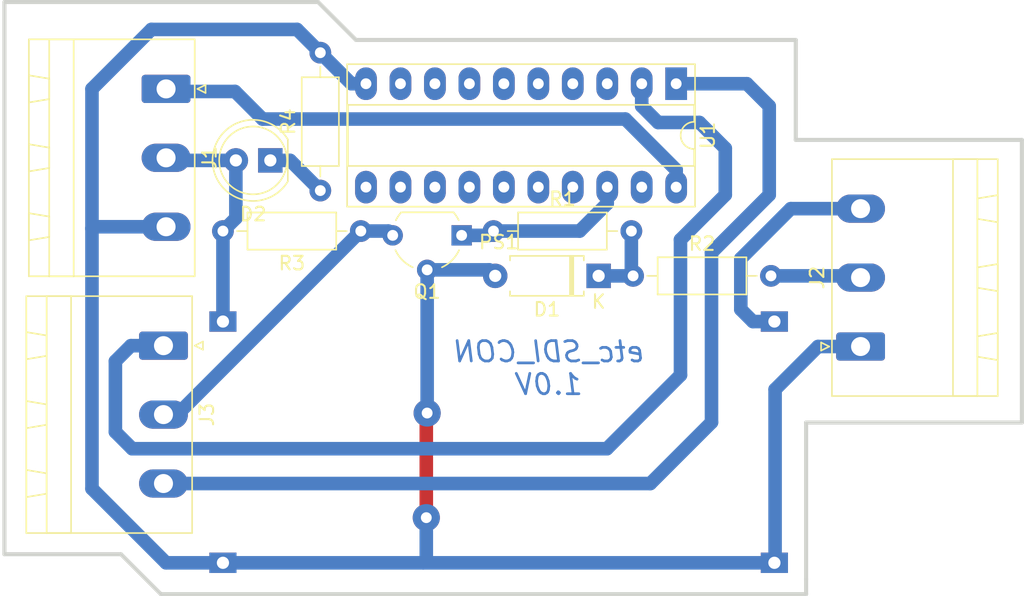
<source format=kicad_pcb>
(kicad_pcb (version 20171130) (host pcbnew "(5.1.6)-1")

  (general
    (thickness 1.6)
    (drawings 14)
    (tracks 79)
    (zones 0)
    (modules 12)
    (nets 27)
  )

  (page A4)
  (layers
    (0 F.Cu signal)
    (31 B.Cu signal)
    (32 B.Adhes user)
    (33 F.Adhes user)
    (34 B.Paste user)
    (35 F.Paste user)
    (36 B.SilkS user)
    (37 F.SilkS user)
    (38 B.Mask user)
    (39 F.Mask user)
    (40 Dwgs.User user)
    (41 Cmts.User user)
    (42 Eco1.User user)
    (43 Eco2.User user)
    (44 Edge.Cuts user)
    (45 Margin user)
    (46 B.CrtYd user)
    (47 F.CrtYd user)
    (48 B.Fab user)
    (49 F.Fab user)
  )

  (setup
    (last_trace_width 1)
    (user_trace_width 0.75)
    (user_trace_width 1)
    (trace_clearance 0.2)
    (zone_clearance 0.508)
    (zone_45_only no)
    (trace_min 0.2)
    (via_size 0.8)
    (via_drill 0.4)
    (via_min_size 0.4)
    (via_min_drill 0.3)
    (user_via 2 0.8)
    (uvia_size 0.3)
    (uvia_drill 0.1)
    (uvias_allowed no)
    (uvia_min_size 0.2)
    (uvia_min_drill 0.1)
    (edge_width 0.3)
    (segment_width 0.2)
    (pcb_text_width 0.3)
    (pcb_text_size 1.5 1.5)
    (mod_edge_width 0.12)
    (mod_text_size 1 1)
    (mod_text_width 0.15)
    (pad_size 1.524 1.524)
    (pad_drill 0.762)
    (pad_to_mask_clearance 0.05)
    (aux_axis_origin 0 0)
    (visible_elements FFFFFF7F)
    (pcbplotparams
      (layerselection 0x010fc_ffffffff)
      (usegerberextensions false)
      (usegerberattributes true)
      (usegerberadvancedattributes true)
      (creategerberjobfile true)
      (excludeedgelayer true)
      (linewidth 0.100000)
      (plotframeref false)
      (viasonmask false)
      (mode 1)
      (useauxorigin false)
      (hpglpennumber 1)
      (hpglpenspeed 20)
      (hpglpendiameter 15.000000)
      (psnegative false)
      (psa4output false)
      (plotreference true)
      (plotvalue true)
      (plotinvisibletext false)
      (padsonsilk false)
      (subtractmaskfromsilk false)
      (outputformat 1)
      (mirror false)
      (drillshape 1)
      (scaleselection 1)
      (outputdirectory ""))
  )

  (net 0 "")
  (net 1 "Net-(D1-Pad1)")
  (net 2 /GND)
  (net 3 "Net-(D2-Pad1)")
  (net 4 /VB)
  (net 5 /5V)
  (net 6 /SDI_BUS)
  (net 7 /12V)
  (net 8 /TX)
  (net 9 /RX)
  (net 10 /DIR)
  (net 11 "Net-(Q1-Pad1)")
  (net 12 "Net-(U1-Pad11)")
  (net 13 "Net-(U1-Pad12)")
  (net 14 "Net-(U1-Pad3)")
  (net 15 "Net-(U1-Pad13)")
  (net 16 "Net-(U1-Pad4)")
  (net 17 "Net-(U1-Pad14)")
  (net 18 "Net-(U1-Pad5)")
  (net 19 "Net-(U1-Pad15)")
  (net 20 "Net-(U1-Pad6)")
  (net 21 "Net-(U1-Pad16)")
  (net 22 "Net-(U1-Pad7)")
  (net 23 "Net-(U1-Pad17)")
  (net 24 "Net-(U1-Pad8)")
  (net 25 "Net-(U1-Pad9)")
  (net 26 "Net-(U1-Pad19)")

  (net_class Default "This is the default net class."
    (clearance 0.2)
    (trace_width 0.25)
    (via_dia 0.8)
    (via_drill 0.4)
    (uvia_dia 0.3)
    (uvia_drill 0.1)
    (add_net /12V)
    (add_net /5V)
    (add_net /DIR)
    (add_net /GND)
    (add_net /RX)
    (add_net /SDI_BUS)
    (add_net /TX)
    (add_net /VB)
    (add_net "Net-(D1-Pad1)")
    (add_net "Net-(D2-Pad1)")
    (add_net "Net-(Q1-Pad1)")
    (add_net "Net-(U1-Pad11)")
    (add_net "Net-(U1-Pad12)")
    (add_net "Net-(U1-Pad13)")
    (add_net "Net-(U1-Pad14)")
    (add_net "Net-(U1-Pad15)")
    (add_net "Net-(U1-Pad16)")
    (add_net "Net-(U1-Pad17)")
    (add_net "Net-(U1-Pad19)")
    (add_net "Net-(U1-Pad3)")
    (add_net "Net-(U1-Pad4)")
    (add_net "Net-(U1-Pad5)")
    (add_net "Net-(U1-Pad6)")
    (add_net "Net-(U1-Pad7)")
    (add_net "Net-(U1-Pad8)")
    (add_net "Net-(U1-Pad9)")
  )

  (module Package_DIP:DIP-20_W7.62mm_Socket_LongPads (layer F.Cu) (tedit 5A02E8C5) (tstamp 5F7B3D39)
    (at 165.7858 79.4766 270)
    (descr "20-lead though-hole mounted DIP package, row spacing 7.62 mm (300 mils), Socket, LongPads")
    (tags "THT DIP DIL PDIP 2.54mm 7.62mm 300mil Socket LongPads")
    (path /5F5901D7)
    (fp_text reference U1 (at 3.81 -2.33 90) (layer F.SilkS)
      (effects (font (size 1 1) (thickness 0.15)))
    )
    (fp_text value 74HC240 (at 3.81 25.19 90) (layer F.Fab)
      (effects (font (size 1 1) (thickness 0.15)))
    )
    (fp_line (start 9.15 -1.6) (end -1.55 -1.6) (layer F.CrtYd) (width 0.05))
    (fp_line (start 9.15 24.45) (end 9.15 -1.6) (layer F.CrtYd) (width 0.05))
    (fp_line (start -1.55 24.45) (end 9.15 24.45) (layer F.CrtYd) (width 0.05))
    (fp_line (start -1.55 -1.6) (end -1.55 24.45) (layer F.CrtYd) (width 0.05))
    (fp_line (start 9.06 -1.39) (end -1.44 -1.39) (layer F.SilkS) (width 0.12))
    (fp_line (start 9.06 24.25) (end 9.06 -1.39) (layer F.SilkS) (width 0.12))
    (fp_line (start -1.44 24.25) (end 9.06 24.25) (layer F.SilkS) (width 0.12))
    (fp_line (start -1.44 -1.39) (end -1.44 24.25) (layer F.SilkS) (width 0.12))
    (fp_line (start 6.06 -1.33) (end 4.81 -1.33) (layer F.SilkS) (width 0.12))
    (fp_line (start 6.06 24.19) (end 6.06 -1.33) (layer F.SilkS) (width 0.12))
    (fp_line (start 1.56 24.19) (end 6.06 24.19) (layer F.SilkS) (width 0.12))
    (fp_line (start 1.56 -1.33) (end 1.56 24.19) (layer F.SilkS) (width 0.12))
    (fp_line (start 2.81 -1.33) (end 1.56 -1.33) (layer F.SilkS) (width 0.12))
    (fp_line (start 8.89 -1.33) (end -1.27 -1.33) (layer F.Fab) (width 0.1))
    (fp_line (start 8.89 24.19) (end 8.89 -1.33) (layer F.Fab) (width 0.1))
    (fp_line (start -1.27 24.19) (end 8.89 24.19) (layer F.Fab) (width 0.1))
    (fp_line (start -1.27 -1.33) (end -1.27 24.19) (layer F.Fab) (width 0.1))
    (fp_line (start 0.635 -0.27) (end 1.635 -1.27) (layer F.Fab) (width 0.1))
    (fp_line (start 0.635 24.13) (end 0.635 -0.27) (layer F.Fab) (width 0.1))
    (fp_line (start 6.985 24.13) (end 0.635 24.13) (layer F.Fab) (width 0.1))
    (fp_line (start 6.985 -1.27) (end 6.985 24.13) (layer F.Fab) (width 0.1))
    (fp_line (start 1.635 -1.27) (end 6.985 -1.27) (layer F.Fab) (width 0.1))
    (fp_arc (start 3.81 -1.33) (end 2.81 -1.33) (angle -180) (layer F.SilkS) (width 0.12))
    (fp_text user %R (at 3.81 11.43 90) (layer F.Fab)
      (effects (font (size 1 1) (thickness 0.15)))
    )
    (pad 1 thru_hole rect (at 0 0 270) (size 2.4 1.6) (drill 0.8) (layers *.Cu *.Mask)
      (net 10 /DIR))
    (pad 11 thru_hole oval (at 7.62 22.86 270) (size 2.4 1.6) (drill 0.8) (layers *.Cu *.Mask)
      (net 12 "Net-(U1-Pad11)"))
    (pad 2 thru_hole oval (at 0 2.54 270) (size 2.4 1.6) (drill 0.8) (layers *.Cu *.Mask)
      (net 8 /TX))
    (pad 12 thru_hole oval (at 7.62 20.32 270) (size 2.4 1.6) (drill 0.8) (layers *.Cu *.Mask)
      (net 13 "Net-(U1-Pad12)"))
    (pad 3 thru_hole oval (at 0 5.08 270) (size 2.4 1.6) (drill 0.8) (layers *.Cu *.Mask)
      (net 14 "Net-(U1-Pad3)"))
    (pad 13 thru_hole oval (at 7.62 17.78 270) (size 2.4 1.6) (drill 0.8) (layers *.Cu *.Mask)
      (net 15 "Net-(U1-Pad13)"))
    (pad 4 thru_hole oval (at 0 7.62 270) (size 2.4 1.6) (drill 0.8) (layers *.Cu *.Mask)
      (net 16 "Net-(U1-Pad4)"))
    (pad 14 thru_hole oval (at 7.62 15.24 270) (size 2.4 1.6) (drill 0.8) (layers *.Cu *.Mask)
      (net 17 "Net-(U1-Pad14)"))
    (pad 5 thru_hole oval (at 0 10.16 270) (size 2.4 1.6) (drill 0.8) (layers *.Cu *.Mask)
      (net 18 "Net-(U1-Pad5)"))
    (pad 15 thru_hole oval (at 7.62 12.7 270) (size 2.4 1.6) (drill 0.8) (layers *.Cu *.Mask)
      (net 19 "Net-(U1-Pad15)"))
    (pad 6 thru_hole oval (at 0 12.7 270) (size 2.4 1.6) (drill 0.8) (layers *.Cu *.Mask)
      (net 20 "Net-(U1-Pad6)"))
    (pad 16 thru_hole oval (at 7.62 10.16 270) (size 2.4 1.6) (drill 0.8) (layers *.Cu *.Mask)
      (net 21 "Net-(U1-Pad16)"))
    (pad 7 thru_hole oval (at 0 15.24 270) (size 2.4 1.6) (drill 0.8) (layers *.Cu *.Mask)
      (net 22 "Net-(U1-Pad7)"))
    (pad 17 thru_hole oval (at 7.62 7.62 270) (size 2.4 1.6) (drill 0.8) (layers *.Cu *.Mask)
      (net 23 "Net-(U1-Pad17)"))
    (pad 8 thru_hole oval (at 0 17.78 270) (size 2.4 1.6) (drill 0.8) (layers *.Cu *.Mask)
      (net 24 "Net-(U1-Pad8)"))
    (pad 18 thru_hole oval (at 7.62 5.08 270) (size 2.4 1.6) (drill 0.8) (layers *.Cu *.Mask)
      (net 11 "Net-(Q1-Pad1)"))
    (pad 9 thru_hole oval (at 0 20.32 270) (size 2.4 1.6) (drill 0.8) (layers *.Cu *.Mask)
      (net 25 "Net-(U1-Pad9)"))
    (pad 19 thru_hole oval (at 7.62 2.54 270) (size 2.4 1.6) (drill 0.8) (layers *.Cu *.Mask)
      (net 26 "Net-(U1-Pad19)"))
    (pad 10 thru_hole oval (at 0 22.86 270) (size 2.4 1.6) (drill 0.8) (layers *.Cu *.Mask)
      (net 2 /GND))
    (pad 20 thru_hole oval (at 7.62 0 270) (size 2.4 1.6) (drill 0.8) (layers *.Cu *.Mask)
      (net 5 /5V))
    (model ${KISYS3DMOD}/Package_DIP.3dshapes/DIP-20_W7.62mm_Socket.wrl
      (at (xyz 0 0 0))
      (scale (xyz 1 1 1))
      (rotate (xyz 0 0 0))
    )
  )

  (module Resistor_THT:R_Axial_DIN0207_L6.3mm_D2.5mm_P10.16mm_Horizontal (layer F.Cu) (tedit 5AE5139B) (tstamp 5F7B3CF2)
    (at 142.5448 90.3351 180)
    (descr "Resistor, Axial_DIN0207 series, Axial, Horizontal, pin pitch=10.16mm, 0.25W = 1/4W, length*diameter=6.3*2.5mm^2, http://cdn-reichelt.de/documents/datenblatt/B400/1_4W%23YAG.pdf")
    (tags "Resistor Axial_DIN0207 series Axial Horizontal pin pitch 10.16mm 0.25W = 1/4W length 6.3mm diameter 2.5mm")
    (path /5F5A6230)
    (fp_text reference R3 (at 5.08 -2.37) (layer F.SilkS)
      (effects (font (size 1 1) (thickness 0.15)))
    )
    (fp_text value 47K (at 5.08 2.37) (layer F.Fab)
      (effects (font (size 1 1) (thickness 0.15)))
    )
    (fp_line (start 11.21 -1.5) (end -1.05 -1.5) (layer F.CrtYd) (width 0.05))
    (fp_line (start 11.21 1.5) (end 11.21 -1.5) (layer F.CrtYd) (width 0.05))
    (fp_line (start -1.05 1.5) (end 11.21 1.5) (layer F.CrtYd) (width 0.05))
    (fp_line (start -1.05 -1.5) (end -1.05 1.5) (layer F.CrtYd) (width 0.05))
    (fp_line (start 9.12 0) (end 8.35 0) (layer F.SilkS) (width 0.12))
    (fp_line (start 1.04 0) (end 1.81 0) (layer F.SilkS) (width 0.12))
    (fp_line (start 8.35 -1.37) (end 1.81 -1.37) (layer F.SilkS) (width 0.12))
    (fp_line (start 8.35 1.37) (end 8.35 -1.37) (layer F.SilkS) (width 0.12))
    (fp_line (start 1.81 1.37) (end 8.35 1.37) (layer F.SilkS) (width 0.12))
    (fp_line (start 1.81 -1.37) (end 1.81 1.37) (layer F.SilkS) (width 0.12))
    (fp_line (start 10.16 0) (end 8.23 0) (layer F.Fab) (width 0.1))
    (fp_line (start 0 0) (end 1.93 0) (layer F.Fab) (width 0.1))
    (fp_line (start 8.23 -1.25) (end 1.93 -1.25) (layer F.Fab) (width 0.1))
    (fp_line (start 8.23 1.25) (end 8.23 -1.25) (layer F.Fab) (width 0.1))
    (fp_line (start 1.93 1.25) (end 8.23 1.25) (layer F.Fab) (width 0.1))
    (fp_line (start 1.93 -1.25) (end 1.93 1.25) (layer F.Fab) (width 0.1))
    (fp_text user %R (at 5.08 0) (layer F.Fab)
      (effects (font (size 1 1) (thickness 0.15)))
    )
    (pad 1 thru_hole circle (at 0 0 180) (size 1.6 1.6) (drill 0.8) (layers *.Cu *.Mask)
      (net 9 /RX))
    (pad 2 thru_hole oval (at 10.16 0 180) (size 1.6 1.6) (drill 0.8) (layers *.Cu *.Mask)
      (net 4 /VB))
    (model ${KISYS3DMOD}/Resistor_THT.3dshapes/R_Axial_DIN0207_L6.3mm_D2.5mm_P10.16mm_Horizontal.wrl
      (at (xyz 0 0 0))
      (scale (xyz 1 1 1))
      (rotate (xyz 0 0 0))
    )
  )

  (module Diode_THT:D_A-405_P7.62mm_Horizontal (layer F.Cu) (tedit 5AE50CD5) (tstamp 5F7B3C00)
    (at 160.0708 93.6371 180)
    (descr "Diode, A-405 series, Axial, Horizontal, pin pitch=7.62mm, , length*diameter=5.2*2.7mm^2, , http://www.diodes.com/_files/packages/A-405.pdf")
    (tags "Diode A-405 series Axial Horizontal pin pitch 7.62mm  length 5.2mm diameter 2.7mm")
    (path /5F5941BD)
    (fp_text reference D1 (at 3.81 -2.47) (layer F.SilkS)
      (effects (font (size 1 1) (thickness 0.15)))
    )
    (fp_text value D_Zener (at 3.81 2.47) (layer F.Fab)
      (effects (font (size 1 1) (thickness 0.15)))
    )
    (fp_line (start 8.77 -1.6) (end -1.15 -1.6) (layer F.CrtYd) (width 0.05))
    (fp_line (start 8.77 1.6) (end 8.77 -1.6) (layer F.CrtYd) (width 0.05))
    (fp_line (start -1.15 1.6) (end 8.77 1.6) (layer F.CrtYd) (width 0.05))
    (fp_line (start -1.15 -1.6) (end -1.15 1.6) (layer F.CrtYd) (width 0.05))
    (fp_line (start 1.87 -1.47) (end 1.87 1.47) (layer F.SilkS) (width 0.12))
    (fp_line (start 2.11 -1.47) (end 2.11 1.47) (layer F.SilkS) (width 0.12))
    (fp_line (start 1.99 -1.47) (end 1.99 1.47) (layer F.SilkS) (width 0.12))
    (fp_line (start 6.53 1.47) (end 6.53 1.14) (layer F.SilkS) (width 0.12))
    (fp_line (start 1.09 1.47) (end 6.53 1.47) (layer F.SilkS) (width 0.12))
    (fp_line (start 1.09 1.14) (end 1.09 1.47) (layer F.SilkS) (width 0.12))
    (fp_line (start 6.53 -1.47) (end 6.53 -1.14) (layer F.SilkS) (width 0.12))
    (fp_line (start 1.09 -1.47) (end 6.53 -1.47) (layer F.SilkS) (width 0.12))
    (fp_line (start 1.09 -1.14) (end 1.09 -1.47) (layer F.SilkS) (width 0.12))
    (fp_line (start 1.89 -1.35) (end 1.89 1.35) (layer F.Fab) (width 0.1))
    (fp_line (start 2.09 -1.35) (end 2.09 1.35) (layer F.Fab) (width 0.1))
    (fp_line (start 1.99 -1.35) (end 1.99 1.35) (layer F.Fab) (width 0.1))
    (fp_line (start 7.62 0) (end 6.41 0) (layer F.Fab) (width 0.1))
    (fp_line (start 0 0) (end 1.21 0) (layer F.Fab) (width 0.1))
    (fp_line (start 6.41 -1.35) (end 1.21 -1.35) (layer F.Fab) (width 0.1))
    (fp_line (start 6.41 1.35) (end 6.41 -1.35) (layer F.Fab) (width 0.1))
    (fp_line (start 1.21 1.35) (end 6.41 1.35) (layer F.Fab) (width 0.1))
    (fp_line (start 1.21 -1.35) (end 1.21 1.35) (layer F.Fab) (width 0.1))
    (fp_text user %R (at 4.2 0) (layer F.Fab)
      (effects (font (size 1 1) (thickness 0.15)))
    )
    (fp_text user K (at 0 -1.9) (layer F.Fab)
      (effects (font (size 1 1) (thickness 0.15)))
    )
    (fp_text user K (at 0 -1.9) (layer F.SilkS)
      (effects (font (size 1 1) (thickness 0.15)))
    )
    (pad 1 thru_hole rect (at 0 0 180) (size 1.8 1.8) (drill 0.9) (layers *.Cu *.Mask)
      (net 1 "Net-(D1-Pad1)"))
    (pad 2 thru_hole oval (at 7.62 0 180) (size 1.8 1.8) (drill 0.9) (layers *.Cu *.Mask)
      (net 2 /GND))
    (model ${KISYS3DMOD}/Diode_THT.3dshapes/D_A-405_P7.62mm_Horizontal.wrl
      (at (xyz 0 0 0))
      (scale (xyz 1 1 1))
      (rotate (xyz 0 0 0))
    )
  )

  (module LED_THT:LED_D5.0mm (layer F.Cu) (tedit 5995936A) (tstamp 5F7B3C12)
    (at 135.8773 85.1281 180)
    (descr "LED, diameter 5.0mm, 2 pins, http://cdn-reichelt.de/documents/datenblatt/A500/LL-504BC2E-009.pdf")
    (tags "LED diameter 5.0mm 2 pins")
    (path /5F5CFF13)
    (fp_text reference D2 (at 1.27 -3.96) (layer F.SilkS)
      (effects (font (size 1 1) (thickness 0.15)))
    )
    (fp_text value LED (at 1.27 3.96) (layer F.Fab)
      (effects (font (size 1 1) (thickness 0.15)))
    )
    (fp_line (start 4.5 -3.25) (end -1.95 -3.25) (layer F.CrtYd) (width 0.05))
    (fp_line (start 4.5 3.25) (end 4.5 -3.25) (layer F.CrtYd) (width 0.05))
    (fp_line (start -1.95 3.25) (end 4.5 3.25) (layer F.CrtYd) (width 0.05))
    (fp_line (start -1.95 -3.25) (end -1.95 3.25) (layer F.CrtYd) (width 0.05))
    (fp_line (start -1.29 -1.545) (end -1.29 1.545) (layer F.SilkS) (width 0.12))
    (fp_line (start -1.23 -1.469694) (end -1.23 1.469694) (layer F.Fab) (width 0.1))
    (fp_circle (center 1.27 0) (end 3.77 0) (layer F.SilkS) (width 0.12))
    (fp_circle (center 1.27 0) (end 3.77 0) (layer F.Fab) (width 0.1))
    (fp_arc (start 1.27 0) (end -1.23 -1.469694) (angle 299.1) (layer F.Fab) (width 0.1))
    (fp_arc (start 1.27 0) (end -1.29 -1.54483) (angle 148.9) (layer F.SilkS) (width 0.12))
    (fp_arc (start 1.27 0) (end -1.29 1.54483) (angle -148.9) (layer F.SilkS) (width 0.12))
    (fp_text user %R (at 1.25 0) (layer F.Fab)
      (effects (font (size 0.8 0.8) (thickness 0.2)))
    )
    (pad 1 thru_hole rect (at 0 0 180) (size 1.8 1.8) (drill 0.9) (layers *.Cu *.Mask)
      (net 3 "Net-(D2-Pad1)"))
    (pad 2 thru_hole circle (at 2.54 0 180) (size 1.8 1.8) (drill 0.9) (layers *.Cu *.Mask)
      (net 4 /VB))
    (model ${KISYS3DMOD}/LED_THT.3dshapes/LED_D5.0mm.wrl
      (at (xyz 0 0 0))
      (scale (xyz 1 1 1))
      (rotate (xyz 0 0 0))
    )
  )

  (module Connector_Phoenix_MSTB:PhoenixContact_MSTBA_2,5_3-G-5,08_1x03_P5.08mm_Horizontal (layer F.Cu) (tedit 5B785047) (tstamp 5F7B3C3B)
    (at 128.1938 79.8576 270)
    (descr "Generic Phoenix Contact connector footprint for: MSTBA_2,5/3-G-5,08; number of pins: 03; pin pitch: 5.08mm; Angled || order number: 1757255 12A || order number: 1923872 16A (HC)")
    (tags "phoenix_contact connector MSTBA_01x03_G_5.08mm")
    (path /5F7ABDEC)
    (fp_text reference J1 (at 5.08 -3.2 90) (layer F.SilkS)
      (effects (font (size 1 1) (thickness 0.15)))
    )
    (fp_text value POWER_PORT (at 5.08 11.2 90) (layer F.Fab)
      (effects (font (size 1 1) (thickness 0.15)))
    )
    (fp_line (start 0 -0.5) (end -0.95 -2) (layer F.Fab) (width 0.1))
    (fp_line (start 0.95 -2) (end 0 -0.5) (layer F.Fab) (width 0.1))
    (fp_line (start -0.3 -2.91) (end 0.3 -2.91) (layer F.SilkS) (width 0.12))
    (fp_line (start 0 -2.31) (end -0.3 -2.91) (layer F.SilkS) (width 0.12))
    (fp_line (start 0.3 -2.91) (end 0 -2.31) (layer F.SilkS) (width 0.12))
    (fp_line (start 14.2 -2.5) (end -4.04 -2.5) (layer F.CrtYd) (width 0.05))
    (fp_line (start 14.2 10.5) (end 14.2 -2.5) (layer F.CrtYd) (width 0.05))
    (fp_line (start -4.04 10.5) (end 14.2 10.5) (layer F.CrtYd) (width 0.05))
    (fp_line (start -4.04 -2.5) (end -4.04 10.5) (layer F.CrtYd) (width 0.05))
    (fp_line (start 9.41 8.61) (end 9.16 10.11) (layer F.SilkS) (width 0.12))
    (fp_line (start 10.91 8.61) (end 9.41 8.61) (layer F.SilkS) (width 0.12))
    (fp_line (start 11.16 10.11) (end 10.91 8.61) (layer F.SilkS) (width 0.12))
    (fp_line (start 9.16 10.11) (end 11.16 10.11) (layer F.SilkS) (width 0.12))
    (fp_line (start 4.33 8.61) (end 4.08 10.11) (layer F.SilkS) (width 0.12))
    (fp_line (start 5.83 8.61) (end 4.33 8.61) (layer F.SilkS) (width 0.12))
    (fp_line (start 6.08 10.11) (end 5.83 8.61) (layer F.SilkS) (width 0.12))
    (fp_line (start 4.08 10.11) (end 6.08 10.11) (layer F.SilkS) (width 0.12))
    (fp_line (start -0.75 8.61) (end -1 10.11) (layer F.SilkS) (width 0.12))
    (fp_line (start 0.75 8.61) (end -0.75 8.61) (layer F.SilkS) (width 0.12))
    (fp_line (start 1 10.11) (end 0.75 8.61) (layer F.SilkS) (width 0.12))
    (fp_line (start -1 10.11) (end 1 10.11) (layer F.SilkS) (width 0.12))
    (fp_line (start 13.81 8.61) (end -3.65 8.61) (layer F.SilkS) (width 0.12))
    (fp_line (start 13.81 6.81) (end 13.81 8.61) (layer F.SilkS) (width 0.12))
    (fp_line (start -3.65 6.81) (end 13.81 6.81) (layer F.SilkS) (width 0.12))
    (fp_line (start -3.65 8.61) (end -3.65 6.81) (layer F.SilkS) (width 0.12))
    (fp_line (start 13.7 -2) (end -3.54 -2) (layer F.Fab) (width 0.1))
    (fp_line (start 13.7 10) (end 13.7 -2) (layer F.Fab) (width 0.1))
    (fp_line (start -3.54 10) (end 13.7 10) (layer F.Fab) (width 0.1))
    (fp_line (start -3.54 -2) (end -3.54 10) (layer F.Fab) (width 0.1))
    (fp_line (start 13.81 -2.11) (end -3.65 -2.11) (layer F.SilkS) (width 0.12))
    (fp_line (start 13.81 10.11) (end 13.81 -2.11) (layer F.SilkS) (width 0.12))
    (fp_line (start -3.65 10.11) (end 13.81 10.11) (layer F.SilkS) (width 0.12))
    (fp_line (start -3.65 -2.11) (end -3.65 10.11) (layer F.SilkS) (width 0.12))
    (fp_text user %R (at 5.08 -1.3 90) (layer F.Fab)
      (effects (font (size 1 1) (thickness 0.15)))
    )
    (pad 1 thru_hole roundrect (at 0 0 270) (size 2.08 3.6) (drill 1.4) (layers *.Cu *.Mask) (roundrect_rratio 0.120192)
      (net 5 /5V))
    (pad 2 thru_hole oval (at 5.08 0 270) (size 2.08 3.6) (drill 1.4) (layers *.Cu *.Mask)
      (net 4 /VB))
    (pad 3 thru_hole oval (at 10.16 0 270) (size 2.08 3.6) (drill 1.4) (layers *.Cu *.Mask)
      (net 2 /GND))
    (model ${KISYS3DMOD}/Connector_Phoenix_MSTB.3dshapes/PhoenixContact_MSTBA_2,5_3-G-5,08_1x03_P5.08mm_Horizontal.wrl
      (at (xyz 0 0 0))
      (scale (xyz 1 1 1))
      (rotate (xyz 0 0 0))
    )
  )

  (module Connector_Phoenix_MSTB:PhoenixContact_MSTBA_2,5_3-G-5,08_1x03_P5.08mm_Horizontal (layer F.Cu) (tedit 5B785047) (tstamp 5F7B3C64)
    (at 179.3748 98.8441 90)
    (descr "Generic Phoenix Contact connector footprint for: MSTBA_2,5/3-G-5,08; number of pins: 03; pin pitch: 5.08mm; Angled || order number: 1757255 12A || order number: 1923872 16A (HC)")
    (tags "phoenix_contact connector MSTBA_01x03_G_5.08mm")
    (path /5F7B700B)
    (fp_text reference J2 (at 5.08 -3.2 90) (layer F.SilkS)
      (effects (font (size 1 1) (thickness 0.15)))
    )
    (fp_text value INTER (at 5.08 11.2 90) (layer F.Fab)
      (effects (font (size 1 1) (thickness 0.15)))
    )
    (fp_text user %R (at 5.08 -1.3 90) (layer F.Fab)
      (effects (font (size 1 1) (thickness 0.15)))
    )
    (fp_line (start -3.65 -2.11) (end -3.65 10.11) (layer F.SilkS) (width 0.12))
    (fp_line (start -3.65 10.11) (end 13.81 10.11) (layer F.SilkS) (width 0.12))
    (fp_line (start 13.81 10.11) (end 13.81 -2.11) (layer F.SilkS) (width 0.12))
    (fp_line (start 13.81 -2.11) (end -3.65 -2.11) (layer F.SilkS) (width 0.12))
    (fp_line (start -3.54 -2) (end -3.54 10) (layer F.Fab) (width 0.1))
    (fp_line (start -3.54 10) (end 13.7 10) (layer F.Fab) (width 0.1))
    (fp_line (start 13.7 10) (end 13.7 -2) (layer F.Fab) (width 0.1))
    (fp_line (start 13.7 -2) (end -3.54 -2) (layer F.Fab) (width 0.1))
    (fp_line (start -3.65 8.61) (end -3.65 6.81) (layer F.SilkS) (width 0.12))
    (fp_line (start -3.65 6.81) (end 13.81 6.81) (layer F.SilkS) (width 0.12))
    (fp_line (start 13.81 6.81) (end 13.81 8.61) (layer F.SilkS) (width 0.12))
    (fp_line (start 13.81 8.61) (end -3.65 8.61) (layer F.SilkS) (width 0.12))
    (fp_line (start -1 10.11) (end 1 10.11) (layer F.SilkS) (width 0.12))
    (fp_line (start 1 10.11) (end 0.75 8.61) (layer F.SilkS) (width 0.12))
    (fp_line (start 0.75 8.61) (end -0.75 8.61) (layer F.SilkS) (width 0.12))
    (fp_line (start -0.75 8.61) (end -1 10.11) (layer F.SilkS) (width 0.12))
    (fp_line (start 4.08 10.11) (end 6.08 10.11) (layer F.SilkS) (width 0.12))
    (fp_line (start 6.08 10.11) (end 5.83 8.61) (layer F.SilkS) (width 0.12))
    (fp_line (start 5.83 8.61) (end 4.33 8.61) (layer F.SilkS) (width 0.12))
    (fp_line (start 4.33 8.61) (end 4.08 10.11) (layer F.SilkS) (width 0.12))
    (fp_line (start 9.16 10.11) (end 11.16 10.11) (layer F.SilkS) (width 0.12))
    (fp_line (start 11.16 10.11) (end 10.91 8.61) (layer F.SilkS) (width 0.12))
    (fp_line (start 10.91 8.61) (end 9.41 8.61) (layer F.SilkS) (width 0.12))
    (fp_line (start 9.41 8.61) (end 9.16 10.11) (layer F.SilkS) (width 0.12))
    (fp_line (start -4.04 -2.5) (end -4.04 10.5) (layer F.CrtYd) (width 0.05))
    (fp_line (start -4.04 10.5) (end 14.2 10.5) (layer F.CrtYd) (width 0.05))
    (fp_line (start 14.2 10.5) (end 14.2 -2.5) (layer F.CrtYd) (width 0.05))
    (fp_line (start 14.2 -2.5) (end -4.04 -2.5) (layer F.CrtYd) (width 0.05))
    (fp_line (start 0.3 -2.91) (end 0 -2.31) (layer F.SilkS) (width 0.12))
    (fp_line (start 0 -2.31) (end -0.3 -2.91) (layer F.SilkS) (width 0.12))
    (fp_line (start -0.3 -2.91) (end 0.3 -2.91) (layer F.SilkS) (width 0.12))
    (fp_line (start 0.95 -2) (end 0 -0.5) (layer F.Fab) (width 0.1))
    (fp_line (start 0 -0.5) (end -0.95 -2) (layer F.Fab) (width 0.1))
    (pad 3 thru_hole oval (at 10.16 0 90) (size 2.08 3.6) (drill 1.4) (layers *.Cu *.Mask)
      (net 7 /12V))
    (pad 2 thru_hole oval (at 5.08 0 90) (size 2.08 3.6) (drill 1.4) (layers *.Cu *.Mask)
      (net 6 /SDI_BUS))
    (pad 1 thru_hole roundrect (at 0 0 90) (size 2.08 3.6) (drill 1.4) (layers *.Cu *.Mask) (roundrect_rratio 0.120192)
      (net 2 /GND))
    (model ${KISYS3DMOD}/Connector_Phoenix_MSTB.3dshapes/PhoenixContact_MSTBA_2,5_3-G-5,08_1x03_P5.08mm_Horizontal.wrl
      (at (xyz 0 0 0))
      (scale (xyz 1 1 1))
      (rotate (xyz 0 0 0))
    )
  )

  (module Connector_Phoenix_MSTB:PhoenixContact_MSTBA_2,5_3-G-5,08_1x03_P5.08mm_Horizontal (layer F.Cu) (tedit 5B785047) (tstamp 5F7B3C8D)
    (at 128.0033 98.7806 270)
    (descr "Generic Phoenix Contact connector footprint for: MSTBA_2,5/3-G-5,08; number of pins: 03; pin pitch: 5.08mm; Angled || order number: 1757255 12A || order number: 1923872 16A (HC)")
    (tags "phoenix_contact connector MSTBA_01x03_G_5.08mm")
    (path /5F7B3C09)
    (fp_text reference J3 (at 5.08 -3.2 90) (layer F.SilkS)
      (effects (font (size 1 1) (thickness 0.15)))
    )
    (fp_text value COMU_PORT (at 5.08 11.2 90) (layer F.Fab)
      (effects (font (size 1 1) (thickness 0.15)))
    )
    (fp_line (start 0 -0.5) (end -0.95 -2) (layer F.Fab) (width 0.1))
    (fp_line (start 0.95 -2) (end 0 -0.5) (layer F.Fab) (width 0.1))
    (fp_line (start -0.3 -2.91) (end 0.3 -2.91) (layer F.SilkS) (width 0.12))
    (fp_line (start 0 -2.31) (end -0.3 -2.91) (layer F.SilkS) (width 0.12))
    (fp_line (start 0.3 -2.91) (end 0 -2.31) (layer F.SilkS) (width 0.12))
    (fp_line (start 14.2 -2.5) (end -4.04 -2.5) (layer F.CrtYd) (width 0.05))
    (fp_line (start 14.2 10.5) (end 14.2 -2.5) (layer F.CrtYd) (width 0.05))
    (fp_line (start -4.04 10.5) (end 14.2 10.5) (layer F.CrtYd) (width 0.05))
    (fp_line (start -4.04 -2.5) (end -4.04 10.5) (layer F.CrtYd) (width 0.05))
    (fp_line (start 9.41 8.61) (end 9.16 10.11) (layer F.SilkS) (width 0.12))
    (fp_line (start 10.91 8.61) (end 9.41 8.61) (layer F.SilkS) (width 0.12))
    (fp_line (start 11.16 10.11) (end 10.91 8.61) (layer F.SilkS) (width 0.12))
    (fp_line (start 9.16 10.11) (end 11.16 10.11) (layer F.SilkS) (width 0.12))
    (fp_line (start 4.33 8.61) (end 4.08 10.11) (layer F.SilkS) (width 0.12))
    (fp_line (start 5.83 8.61) (end 4.33 8.61) (layer F.SilkS) (width 0.12))
    (fp_line (start 6.08 10.11) (end 5.83 8.61) (layer F.SilkS) (width 0.12))
    (fp_line (start 4.08 10.11) (end 6.08 10.11) (layer F.SilkS) (width 0.12))
    (fp_line (start -0.75 8.61) (end -1 10.11) (layer F.SilkS) (width 0.12))
    (fp_line (start 0.75 8.61) (end -0.75 8.61) (layer F.SilkS) (width 0.12))
    (fp_line (start 1 10.11) (end 0.75 8.61) (layer F.SilkS) (width 0.12))
    (fp_line (start -1 10.11) (end 1 10.11) (layer F.SilkS) (width 0.12))
    (fp_line (start 13.81 8.61) (end -3.65 8.61) (layer F.SilkS) (width 0.12))
    (fp_line (start 13.81 6.81) (end 13.81 8.61) (layer F.SilkS) (width 0.12))
    (fp_line (start -3.65 6.81) (end 13.81 6.81) (layer F.SilkS) (width 0.12))
    (fp_line (start -3.65 8.61) (end -3.65 6.81) (layer F.SilkS) (width 0.12))
    (fp_line (start 13.7 -2) (end -3.54 -2) (layer F.Fab) (width 0.1))
    (fp_line (start 13.7 10) (end 13.7 -2) (layer F.Fab) (width 0.1))
    (fp_line (start -3.54 10) (end 13.7 10) (layer F.Fab) (width 0.1))
    (fp_line (start -3.54 -2) (end -3.54 10) (layer F.Fab) (width 0.1))
    (fp_line (start 13.81 -2.11) (end -3.65 -2.11) (layer F.SilkS) (width 0.12))
    (fp_line (start 13.81 10.11) (end 13.81 -2.11) (layer F.SilkS) (width 0.12))
    (fp_line (start -3.65 10.11) (end 13.81 10.11) (layer F.SilkS) (width 0.12))
    (fp_line (start -3.65 -2.11) (end -3.65 10.11) (layer F.SilkS) (width 0.12))
    (fp_text user %R (at 5.08 -1.3 90) (layer F.Fab)
      (effects (font (size 1 1) (thickness 0.15)))
    )
    (pad 1 thru_hole roundrect (at 0 0 270) (size 2.08 3.6) (drill 1.4) (layers *.Cu *.Mask) (roundrect_rratio 0.120192)
      (net 8 /TX))
    (pad 2 thru_hole oval (at 5.08 0 270) (size 2.08 3.6) (drill 1.4) (layers *.Cu *.Mask)
      (net 9 /RX))
    (pad 3 thru_hole oval (at 10.16 0 270) (size 2.08 3.6) (drill 1.4) (layers *.Cu *.Mask)
      (net 10 /DIR))
    (model ${KISYS3DMOD}/Connector_Phoenix_MSTB.3dshapes/PhoenixContact_MSTBA_2,5_3-G-5,08_1x03_P5.08mm_Horizontal.wrl
      (at (xyz 0 0 0))
      (scale (xyz 1 1 1))
      (rotate (xyz 0 0 0))
    )
  )

  (module DC_stepUP_converter:DC_stepUP_converter (layer F.Cu) (tedit 5F79F26F) (tstamp 5F7B3C99)
    (at 152.7048 90.6526)
    (path /5F7A9138)
    (fp_text reference PS1 (at 0 0.5) (layer F.SilkS)
      (effects (font (size 1 1) (thickness 0.15)))
    )
    (fp_text value DC_stepUP_converter (at 0 2.54) (layer F.Fab)
      (effects (font (size 1 1) (thickness 0.15)))
    )
    (fp_line (start -21.59 25.4) (end 21.59 25.4) (layer F.Fab) (width 0.12))
    (fp_line (start -21.59 5.08) (end -21.59 25.4) (layer F.Fab) (width 0.12))
    (fp_line (start 21.59 5.08) (end -21.59 5.08) (layer F.Fab) (width 0.12))
    (fp_line (start 21.59 25.4) (end 21.59 5.08) (layer F.Fab) (width 0.12))
    (pad 1 thru_hole rect (at -20.32 6.35) (size 2 1.5) (drill 0.9) (layers *.Cu *.Mask)
      (net 4 /VB))
    (pad 2 thru_hole rect (at -20.32 24.13) (size 2 1.5) (drill 0.9) (layers *.Cu *.Mask)
      (net 2 /GND))
    (pad 3 thru_hole rect (at 20.32 6.35) (size 2 1.5) (drill 0.9) (layers *.Cu *.Mask)
      (net 7 /12V))
    (pad 4 thru_hole rect (at 20.32 24.13) (size 2 1.5) (drill 0.9) (layers *.Cu *.Mask)
      (net 2 /GND))
  )

  (module Package_TO_SOT_THT:TO-92L_Wide (layer F.Cu) (tedit 5A152D5B) (tstamp 5F7B3CAD)
    (at 149.9743 90.6526 180)
    (descr "TO-92L leads in-line (large body variant of TO-92), also known as TO-226, wide, drill 0.75mm (see https://www.diodes.com/assets/Package-Files/TO92L.pdf and http://www.ti.com/lit/an/snoa059/snoa059.pdf)")
    (tags "TO-92L Molded Wide transistor")
    (path /5F595236)
    (fp_text reference Q1 (at 2.55 -4.15) (layer F.SilkS)
      (effects (font (size 1 1) (thickness 0.15)))
    )
    (fp_text value BSS123 (at 2.54 2.79) (layer F.Fab)
      (effects (font (size 1 1) (thickness 0.15)))
    )
    (fp_line (start 0.65 1.6) (end 4.4 1.6) (layer F.Fab) (width 0.1))
    (fp_line (start 0.6 1.7) (end 4.45 1.7) (layer F.SilkS) (width 0.12))
    (fp_line (start -1 1.85) (end 6.1 1.85) (layer B.CrtYd) (width 0.05))
    (fp_line (start 6.1 1.85) (end 6.1 -3.55) (layer B.CrtYd) (width 0.05))
    (fp_line (start 6.1 -3.55) (end -1 -3.55) (layer B.CrtYd) (width 0.05))
    (fp_line (start -1 -3.55) (end -1 1.85) (layer B.CrtYd) (width 0.05))
    (fp_text user %R (at 2.55 0.05) (layer F.Fab)
      (effects (font (size 1 1) (thickness 0.15)))
    )
    (fp_arc (start 2.54 0) (end 0.6 1.7) (angle 15.44288892) (layer F.SilkS) (width 0.12))
    (fp_arc (start 2.54 0) (end 1.45 -2.35) (angle -40.11670855) (layer F.SilkS) (width 0.12))
    (fp_arc (start 2.54 0) (end 3.6 -2.35) (angle 40.72153779) (layer F.SilkS) (width 0.12))
    (fp_arc (start 2.54 0) (end 2.54 -2.48) (angle 129.9527847) (layer F.Fab) (width 0.1))
    (fp_arc (start 2.54 0) (end 2.54 -2.48) (angle -130.2499344) (layer F.Fab) (width 0.1))
    (fp_arc (start 2.54 0) (end 4.45 1.7) (angle -15.88591585) (layer F.SilkS) (width 0.12))
    (pad 2 thru_hole circle (at 2.54 -2.54 270) (size 1.5 1.5) (drill 0.8) (layers *.Cu *.Mask)
      (net 2 /GND))
    (pad 3 thru_hole circle (at 5.08 0 270) (size 1.5 1.5) (drill 0.8) (layers *.Cu *.Mask)
      (net 9 /RX))
    (pad 1 thru_hole rect (at 0 0 270) (size 1.5 1.5) (drill 0.8) (layers *.Cu *.Mask)
      (net 11 "Net-(Q1-Pad1)"))
    (model ${KISYS3DMOD}/Package_TO_SOT_THT.3dshapes/TO-92L_Wide.wrl
      (at (xyz 0 0 0))
      (scale (xyz 1 1 1))
      (rotate (xyz 0 0 0))
    )
  )

  (module Resistor_THT:R_Axial_DIN0207_L6.3mm_D2.5mm_P10.16mm_Horizontal (layer F.Cu) (tedit 5AE5139B) (tstamp 5F7B3CC4)
    (at 152.3238 90.3351)
    (descr "Resistor, Axial_DIN0207 series, Axial, Horizontal, pin pitch=10.16mm, 0.25W = 1/4W, length*diameter=6.3*2.5mm^2, http://cdn-reichelt.de/documents/datenblatt/B400/1_4W%23YAG.pdf")
    (tags "Resistor Axial_DIN0207 series Axial Horizontal pin pitch 10.16mm 0.25W = 1/4W length 6.3mm diameter 2.5mm")
    (path /5F59233F)
    (fp_text reference R1 (at 5.08 -2.37) (layer F.SilkS)
      (effects (font (size 1 1) (thickness 0.15)))
    )
    (fp_text value 510 (at 5.08 2.37) (layer F.Fab)
      (effects (font (size 1 1) (thickness 0.15)))
    )
    (fp_line (start 11.21 -1.5) (end -1.05 -1.5) (layer F.CrtYd) (width 0.05))
    (fp_line (start 11.21 1.5) (end 11.21 -1.5) (layer F.CrtYd) (width 0.05))
    (fp_line (start -1.05 1.5) (end 11.21 1.5) (layer F.CrtYd) (width 0.05))
    (fp_line (start -1.05 -1.5) (end -1.05 1.5) (layer F.CrtYd) (width 0.05))
    (fp_line (start 9.12 0) (end 8.35 0) (layer F.SilkS) (width 0.12))
    (fp_line (start 1.04 0) (end 1.81 0) (layer F.SilkS) (width 0.12))
    (fp_line (start 8.35 -1.37) (end 1.81 -1.37) (layer F.SilkS) (width 0.12))
    (fp_line (start 8.35 1.37) (end 8.35 -1.37) (layer F.SilkS) (width 0.12))
    (fp_line (start 1.81 1.37) (end 8.35 1.37) (layer F.SilkS) (width 0.12))
    (fp_line (start 1.81 -1.37) (end 1.81 1.37) (layer F.SilkS) (width 0.12))
    (fp_line (start 10.16 0) (end 8.23 0) (layer F.Fab) (width 0.1))
    (fp_line (start 0 0) (end 1.93 0) (layer F.Fab) (width 0.1))
    (fp_line (start 8.23 -1.25) (end 1.93 -1.25) (layer F.Fab) (width 0.1))
    (fp_line (start 8.23 1.25) (end 8.23 -1.25) (layer F.Fab) (width 0.1))
    (fp_line (start 1.93 1.25) (end 8.23 1.25) (layer F.Fab) (width 0.1))
    (fp_line (start 1.93 -1.25) (end 1.93 1.25) (layer F.Fab) (width 0.1))
    (fp_text user %R (at 5.08 0) (layer F.Fab)
      (effects (font (size 1 1) (thickness 0.15)))
    )
    (pad 1 thru_hole circle (at 0 0) (size 1.6 1.6) (drill 0.8) (layers *.Cu *.Mask)
      (net 11 "Net-(Q1-Pad1)"))
    (pad 2 thru_hole oval (at 10.16 0) (size 1.6 1.6) (drill 0.8) (layers *.Cu *.Mask)
      (net 1 "Net-(D1-Pad1)"))
    (model ${KISYS3DMOD}/Resistor_THT.3dshapes/R_Axial_DIN0207_L6.3mm_D2.5mm_P10.16mm_Horizontal.wrl
      (at (xyz 0 0 0))
      (scale (xyz 1 1 1))
      (rotate (xyz 0 0 0))
    )
  )

  (module Resistor_THT:R_Axial_DIN0207_L6.3mm_D2.5mm_P10.16mm_Horizontal (layer F.Cu) (tedit 5AE5139B) (tstamp 5F7B3CDB)
    (at 162.6108 93.6371)
    (descr "Resistor, Axial_DIN0207 series, Axial, Horizontal, pin pitch=10.16mm, 0.25W = 1/4W, length*diameter=6.3*2.5mm^2, http://cdn-reichelt.de/documents/datenblatt/B400/1_4W%23YAG.pdf")
    (tags "Resistor Axial_DIN0207 series Axial Horizontal pin pitch 10.16mm 0.25W = 1/4W length 6.3mm diameter 2.5mm")
    (path /5F5938A5)
    (fp_text reference R2 (at 5.08 -2.37) (layer F.SilkS)
      (effects (font (size 1 1) (thickness 0.15)))
    )
    (fp_text value 510 (at 5.08 2.37) (layer F.Fab)
      (effects (font (size 1 1) (thickness 0.15)))
    )
    (fp_text user %R (at 5.08 0) (layer F.Fab)
      (effects (font (size 1 1) (thickness 0.15)))
    )
    (fp_line (start 1.93 -1.25) (end 1.93 1.25) (layer F.Fab) (width 0.1))
    (fp_line (start 1.93 1.25) (end 8.23 1.25) (layer F.Fab) (width 0.1))
    (fp_line (start 8.23 1.25) (end 8.23 -1.25) (layer F.Fab) (width 0.1))
    (fp_line (start 8.23 -1.25) (end 1.93 -1.25) (layer F.Fab) (width 0.1))
    (fp_line (start 0 0) (end 1.93 0) (layer F.Fab) (width 0.1))
    (fp_line (start 10.16 0) (end 8.23 0) (layer F.Fab) (width 0.1))
    (fp_line (start 1.81 -1.37) (end 1.81 1.37) (layer F.SilkS) (width 0.12))
    (fp_line (start 1.81 1.37) (end 8.35 1.37) (layer F.SilkS) (width 0.12))
    (fp_line (start 8.35 1.37) (end 8.35 -1.37) (layer F.SilkS) (width 0.12))
    (fp_line (start 8.35 -1.37) (end 1.81 -1.37) (layer F.SilkS) (width 0.12))
    (fp_line (start 1.04 0) (end 1.81 0) (layer F.SilkS) (width 0.12))
    (fp_line (start 9.12 0) (end 8.35 0) (layer F.SilkS) (width 0.12))
    (fp_line (start -1.05 -1.5) (end -1.05 1.5) (layer F.CrtYd) (width 0.05))
    (fp_line (start -1.05 1.5) (end 11.21 1.5) (layer F.CrtYd) (width 0.05))
    (fp_line (start 11.21 1.5) (end 11.21 -1.5) (layer F.CrtYd) (width 0.05))
    (fp_line (start 11.21 -1.5) (end -1.05 -1.5) (layer F.CrtYd) (width 0.05))
    (pad 2 thru_hole oval (at 10.16 0) (size 1.6 1.6) (drill 0.8) (layers *.Cu *.Mask)
      (net 6 /SDI_BUS))
    (pad 1 thru_hole circle (at 0 0) (size 1.6 1.6) (drill 0.8) (layers *.Cu *.Mask)
      (net 1 "Net-(D1-Pad1)"))
    (model ${KISYS3DMOD}/Resistor_THT.3dshapes/R_Axial_DIN0207_L6.3mm_D2.5mm_P10.16mm_Horizontal.wrl
      (at (xyz 0 0 0))
      (scale (xyz 1 1 1))
      (rotate (xyz 0 0 0))
    )
  )

  (module Resistor_THT:R_Axial_DIN0207_L6.3mm_D2.5mm_P10.16mm_Horizontal (layer F.Cu) (tedit 5AE5139B) (tstamp 5F7B3D09)
    (at 139.5603 87.3506 90)
    (descr "Resistor, Axial_DIN0207 series, Axial, Horizontal, pin pitch=10.16mm, 0.25W = 1/4W, length*diameter=6.3*2.5mm^2, http://cdn-reichelt.de/documents/datenblatt/B400/1_4W%23YAG.pdf")
    (tags "Resistor Axial_DIN0207 series Axial Horizontal pin pitch 10.16mm 0.25W = 1/4W length 6.3mm diameter 2.5mm")
    (path /5F5D17EF)
    (fp_text reference R4 (at 5.08 -2.37 90) (layer F.SilkS)
      (effects (font (size 1 1) (thickness 0.15)))
    )
    (fp_text value 220 (at 5.08 2.37 90) (layer F.Fab)
      (effects (font (size 1 1) (thickness 0.15)))
    )
    (fp_text user %R (at 5.08 0 90) (layer F.Fab)
      (effects (font (size 1 1) (thickness 0.15)))
    )
    (fp_line (start 1.93 -1.25) (end 1.93 1.25) (layer F.Fab) (width 0.1))
    (fp_line (start 1.93 1.25) (end 8.23 1.25) (layer F.Fab) (width 0.1))
    (fp_line (start 8.23 1.25) (end 8.23 -1.25) (layer F.Fab) (width 0.1))
    (fp_line (start 8.23 -1.25) (end 1.93 -1.25) (layer F.Fab) (width 0.1))
    (fp_line (start 0 0) (end 1.93 0) (layer F.Fab) (width 0.1))
    (fp_line (start 10.16 0) (end 8.23 0) (layer F.Fab) (width 0.1))
    (fp_line (start 1.81 -1.37) (end 1.81 1.37) (layer F.SilkS) (width 0.12))
    (fp_line (start 1.81 1.37) (end 8.35 1.37) (layer F.SilkS) (width 0.12))
    (fp_line (start 8.35 1.37) (end 8.35 -1.37) (layer F.SilkS) (width 0.12))
    (fp_line (start 8.35 -1.37) (end 1.81 -1.37) (layer F.SilkS) (width 0.12))
    (fp_line (start 1.04 0) (end 1.81 0) (layer F.SilkS) (width 0.12))
    (fp_line (start 9.12 0) (end 8.35 0) (layer F.SilkS) (width 0.12))
    (fp_line (start -1.05 -1.5) (end -1.05 1.5) (layer F.CrtYd) (width 0.05))
    (fp_line (start -1.05 1.5) (end 11.21 1.5) (layer F.CrtYd) (width 0.05))
    (fp_line (start 11.21 1.5) (end 11.21 -1.5) (layer F.CrtYd) (width 0.05))
    (fp_line (start 11.21 -1.5) (end -1.05 -1.5) (layer F.CrtYd) (width 0.05))
    (pad 2 thru_hole oval (at 10.16 0 90) (size 1.6 1.6) (drill 0.8) (layers *.Cu *.Mask)
      (net 2 /GND))
    (pad 1 thru_hole circle (at 0 0 90) (size 1.6 1.6) (drill 0.8) (layers *.Cu *.Mask)
      (net 3 "Net-(D2-Pad1)"))
    (model ${KISYS3DMOD}/Resistor_THT.3dshapes/R_Axial_DIN0207_L6.3mm_D2.5mm_P10.16mm_Horizontal.wrl
      (at (xyz 0 0 0))
      (scale (xyz 1 1 1))
      (rotate (xyz 0 0 0))
    )
  )

  (gr_line (start 175.3616 117.094) (end 175.3616 115.9764) (layer Edge.Cuts) (width 0.3) (tstamp 5F7B5A3C))
  (gr_line (start 127.8128 117.094) (end 175.3616 117.094) (layer Edge.Cuts) (width 0.3))
  (gr_line (start 124.8664 114.1476) (end 127.8128 117.094) (layer Edge.Cuts) (width 0.3))
  (gr_line (start 116.2812 114.1476) (end 124.8664 114.1476) (layer Edge.Cuts) (width 0.3))
  (gr_line (start 116.2812 73.4568) (end 116.2812 114.1476) (layer Edge.Cuts) (width 0.3))
  (gr_line (start 139.3952 73.4568) (end 116.2812 73.4568) (layer Edge.Cuts) (width 0.3))
  (gr_line (start 142.1892 76.2508) (end 139.3952 73.4568) (layer Edge.Cuts) (width 0.3))
  (gr_line (start 174.5996 76.2508) (end 142.1892 76.2508) (layer Edge.Cuts) (width 0.3))
  (gr_line (start 174.5996 83.6168) (end 174.5996 76.2508) (layer Edge.Cuts) (width 0.3))
  (gr_line (start 191.262 83.6168) (end 174.5996 83.6168) (layer Edge.Cuts) (width 0.3))
  (gr_line (start 191.262 104.4448) (end 191.262 83.6168) (layer Edge.Cuts) (width 0.3))
  (gr_line (start 175.3616 104.4448) (end 191.262 104.4448) (layer Edge.Cuts) (width 0.3))
  (gr_line (start 175.3616 115.9764) (end 175.3616 104.4448) (layer Edge.Cuts) (width 0.3))
  (gr_text "etc_SDI_CON\n1.0V" (at 156.464 100.4316) (layer B.Cu)
    (effects (font (size 1.5 1.5) (thickness 0.2) italic) (justify mirror))
  )

  (segment (start 162.4838 93.5101) (end 162.6108 93.6371) (width 1) (layer B.Cu) (net 1))
  (segment (start 162.4838 90.3351) (end 162.4838 93.5101) (width 1) (layer B.Cu) (net 1))
  (segment (start 162.6108 93.6371) (end 160.0708 93.6371) (width 1) (layer B.Cu) (net 1))
  (segment (start 141.8463 79.4766) (end 139.5603 77.1906) (width 1) (layer B.Cu) (net 2))
  (segment (start 142.9258 79.4766) (end 141.8463 79.4766) (width 1) (layer B.Cu) (net 2))
  (segment (start 132.3848 114.7826) (end 128.1938 114.7826) (width 1) (layer B.Cu) (net 2))
  (segment (start 128.1938 114.7826) (end 122.7328 109.3216) (width 1) (layer B.Cu) (net 2))
  (segment (start 122.7328 79.8576) (end 127.1143 75.4761) (width 1) (layer B.Cu) (net 2))
  (segment (start 137.8458 75.4761) (end 139.5603 77.1906) (width 1) (layer B.Cu) (net 2))
  (segment (start 127.1143 75.4761) (end 137.8458 75.4761) (width 1) (layer B.Cu) (net 2))
  (segment (start 122.8598 90.0176) (end 122.7328 90.1446) (width 1) (layer B.Cu) (net 2))
  (segment (start 128.1938 90.0176) (end 122.8598 90.0176) (width 1) (layer B.Cu) (net 2))
  (segment (start 122.7328 109.3216) (end 122.7328 90.1446) (width 1) (layer B.Cu) (net 2))
  (segment (start 122.7328 90.1446) (end 122.7328 79.8576) (width 1) (layer B.Cu) (net 2))
  (segment (start 152.0063 93.1926) (end 152.4508 93.6371) (width 1) (layer B.Cu) (net 2))
  (segment (start 147.4343 93.1926) (end 152.0063 93.1926) (width 1) (layer B.Cu) (net 2))
  (via (at 147.3708 111.4552) (size 2) (drill 0.8) (layers F.Cu B.Cu) (net 2))
  (segment (start 147.3708 111.4552) (end 147.3708 114.554) (width 1) (layer B.Cu) (net 2))
  (segment (start 147.3708 114.554) (end 147.1422 114.7826) (width 1) (layer B.Cu) (net 2))
  (segment (start 173.0248 114.7826) (end 147.1422 114.7826) (width 1) (layer B.Cu) (net 2))
  (segment (start 147.1422 114.7826) (end 132.3848 114.7826) (width 1) (layer B.Cu) (net 2))
  (via (at 147.4343 103.746302) (size 2) (drill 0.8) (layers F.Cu B.Cu) (net 2))
  (segment (start 147.4343 93.1926) (end 147.4343 103.746302) (width 1) (layer B.Cu) (net 2))
  (segment (start 147.3708 103.809802) (end 147.4343 103.746302) (width 1) (layer F.Cu) (net 2))
  (segment (start 147.3708 111.4552) (end 147.3708 103.809802) (width 1) (layer F.Cu) (net 2))
  (segment (start 173.0756 114.7318) (end 173.0248 114.7826) (width 1) (layer B.Cu) (net 2))
  (segment (start 173.0756 102.0064) (end 173.0756 114.7318) (width 1) (layer B.Cu) (net 2))
  (segment (start 179.3748 98.8441) (end 176.2379 98.8441) (width 1) (layer B.Cu) (net 2))
  (segment (start 176.2379 98.8441) (end 173.0756 102.0064) (width 1) (layer B.Cu) (net 2))
  (segment (start 137.3378 85.1281) (end 139.5603 87.3506) (width 1) (layer B.Cu) (net 3))
  (segment (start 135.8773 85.1281) (end 137.3378 85.1281) (width 1) (layer B.Cu) (net 3))
  (segment (start 128.3843 85.1281) (end 128.1938 84.9376) (width 1) (layer B.Cu) (net 4))
  (segment (start 133.3373 85.1281) (end 128.3843 85.1281) (width 1) (layer B.Cu) (net 4))
  (segment (start 133.3373 89.3826) (end 132.3848 90.3351) (width 1) (layer B.Cu) (net 4))
  (segment (start 133.3373 85.1281) (end 133.3373 89.3826) (width 1) (layer B.Cu) (net 4))
  (segment (start 132.3848 97.0026) (end 132.3848 90.3351) (width 1) (layer B.Cu) (net 4))
  (segment (start 165.7858 86.9696) (end 165.7858 87.0966) (width 1) (layer B.Cu) (net 5))
  (segment (start 165.7858 85.8266) (end 165.7858 87.0966) (width 1) (layer B.Cu) (net 5))
  (segment (start 128.3843 80.0481) (end 133.2738 80.0481) (width 1) (layer B.Cu) (net 5))
  (segment (start 128.1938 79.8576) (end 128.3843 80.0481) (width 1) (layer B.Cu) (net 5))
  (segment (start 135.3058 82.0801) (end 162.0393 82.0801) (width 1) (layer B.Cu) (net 5))
  (segment (start 133.2738 80.0481) (end 135.3058 82.0801) (width 1) (layer B.Cu) (net 5))
  (segment (start 162.0393 82.0801) (end 165.7858 85.8266) (width 1) (layer B.Cu) (net 5))
  (segment (start 179.2478 93.6371) (end 179.3748 93.7641) (width 1) (layer B.Cu) (net 6))
  (segment (start 172.7708 93.6371) (end 179.2478 93.6371) (width 1) (layer B.Cu) (net 6))
  (segment (start 170.5483 92.3671) (end 170.5483 96.1136) (width 1) (layer B.Cu) (net 7))
  (segment (start 179.3748 88.6841) (end 174.2313 88.6841) (width 1) (layer B.Cu) (net 7))
  (segment (start 171.4373 97.0026) (end 173.0248 97.0026) (width 1) (layer B.Cu) (net 7))
  (segment (start 170.5483 96.1136) (end 171.4373 97.0026) (width 1) (layer B.Cu) (net 7))
  (segment (start 174.2313 88.6841) (end 170.5483 92.3671) (width 1) (layer B.Cu) (net 7))
  (segment (start 163.2458 81.1276) (end 163.2458 79.4766) (width 1) (layer B.Cu) (net 8))
  (segment (start 164.4523 82.3341) (end 163.2458 81.1276) (width 1) (layer B.Cu) (net 8))
  (segment (start 125.697175 106.3752) (end 160.6804 106.3752) (width 1) (layer B.Cu) (net 8))
  (segment (start 167.5003 82.3341) (end 164.4523 82.3341) (width 1) (layer B.Cu) (net 8))
  (segment (start 166.1033 100.9523) (end 166.1033 90.9701) (width 1) (layer B.Cu) (net 8))
  (segment (start 169.4053 84.2391) (end 167.5003 82.3341) (width 1) (layer B.Cu) (net 8))
  (segment (start 128.0033 98.7806) (end 125.603 98.7806) (width 1) (layer B.Cu) (net 8))
  (segment (start 124.46 99.9236) (end 124.46 105.138025) (width 1) (layer B.Cu) (net 8))
  (segment (start 166.1033 90.9701) (end 169.4053 87.6681) (width 1) (layer B.Cu) (net 8))
  (segment (start 125.603 98.7806) (end 124.46 99.9236) (width 1) (layer B.Cu) (net 8))
  (segment (start 124.46 105.138025) (end 125.697175 106.3752) (width 1) (layer B.Cu) (net 8))
  (segment (start 160.6804 106.3752) (end 166.1033 100.9523) (width 1) (layer B.Cu) (net 8))
  (segment (start 169.4053 87.6681) (end 169.4053 84.2391) (width 1) (layer B.Cu) (net 8))
  (segment (start 144.5768 90.3351) (end 144.8943 90.6526) (width 1) (layer B.Cu) (net 9))
  (segment (start 142.5448 90.3351) (end 144.5768 90.3351) (width 1) (layer B.Cu) (net 9))
  (segment (start 129.0193 103.8606) (end 142.5448 90.3351) (width 1) (layer B.Cu) (net 9))
  (segment (start 128.0033 103.8606) (end 129.0193 103.8606) (width 1) (layer B.Cu) (net 9))
  (segment (start 165.7858 79.4766) (end 170.9928 79.4766) (width 1) (layer B.Cu) (net 10))
  (segment (start 170.9928 79.4766) (end 172.6438 81.1276) (width 1) (layer B.Cu) (net 10))
  (segment (start 172.6438 81.1276) (end 172.6438 87.6681) (width 1) (layer B.Cu) (net 10))
  (segment (start 172.6438 87.6681) (end 168.3893 91.9226) (width 1) (layer B.Cu) (net 10))
  (segment (start 168.3893 91.9226) (end 168.3893 104.4321) (width 1) (layer B.Cu) (net 10))
  (segment (start 163.8808 108.9406) (end 128.0033 108.9406) (width 1) (layer B.Cu) (net 10))
  (segment (start 168.3893 104.4321) (end 163.8808 108.9406) (width 1) (layer B.Cu) (net 10))
  (segment (start 152.0063 90.6526) (end 152.3238 90.3351) (width 1) (layer B.Cu) (net 11))
  (segment (start 149.9743 90.6526) (end 152.0063 90.6526) (width 1) (layer B.Cu) (net 11))
  (segment (start 160.7058 87.0966) (end 160.7058 88.3031) (width 1) (layer B.Cu) (net 11))
  (segment (start 158.6738 90.3351) (end 152.3238 90.3351) (width 1) (layer B.Cu) (net 11))
  (segment (start 160.7058 88.3031) (end 158.6738 90.3351) (width 1) (layer B.Cu) (net 11))

)

</source>
